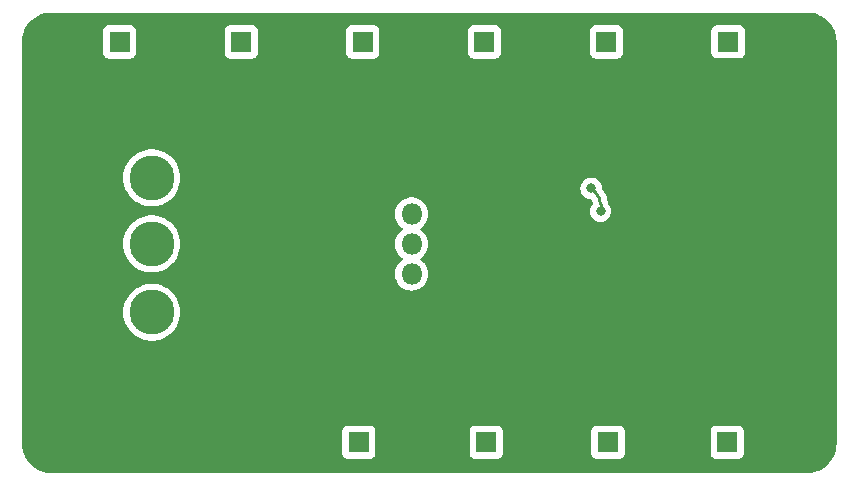
<source format=gbr>
%TF.GenerationSoftware,KiCad,Pcbnew,(6.0.5)*%
%TF.CreationDate,2022-09-22T23:13:11-05:00*%
%TF.ProjectId,powerPCB,706f7765-7250-4434-922e-6b696361645f,rev?*%
%TF.SameCoordinates,Original*%
%TF.FileFunction,Copper,L2,Bot*%
%TF.FilePolarity,Positive*%
%FSLAX46Y46*%
G04 Gerber Fmt 4.6, Leading zero omitted, Abs format (unit mm)*
G04 Created by KiCad (PCBNEW (6.0.5)) date 2022-09-22 23:13:11*
%MOMM*%
%LPD*%
G01*
G04 APERTURE LIST*
%TA.AperFunction,ComponentPad*%
%ADD10C,3.800000*%
%TD*%
%TA.AperFunction,ComponentPad*%
%ADD11R,1.800000X1.800000*%
%TD*%
%TA.AperFunction,ComponentPad*%
%ADD12O,1.800000X1.800000*%
%TD*%
%TA.AperFunction,ViaPad*%
%ADD13C,0.800000*%
%TD*%
%TA.AperFunction,Conductor*%
%ADD14C,0.250000*%
%TD*%
G04 APERTURE END LIST*
D10*
%TO.P,H5,1,1*%
%TO.N,GND*%
X96100000Y-73400000D03*
%TD*%
D11*
%TO.P,J10,1,Pin_1*%
%TO.N,+12V*%
X131570000Y-62000000D03*
D12*
%TO.P,J10,2,Pin_2*%
%TO.N,GND*%
X126570000Y-62000000D03*
%TD*%
D11*
%TO.P,J3,1,Pin_1*%
%TO.N,+5V*%
X142030000Y-95900000D03*
D12*
%TO.P,J3,2,Pin_2*%
%TO.N,GND*%
X147030000Y-95900000D03*
%TD*%
D11*
%TO.P,J7,1,Pin_1*%
%TO.N,+12V*%
X152200000Y-61980000D03*
D12*
%TO.P,J7,2,Pin_2*%
%TO.N,GND*%
X147200000Y-61980000D03*
%TD*%
D11*
%TO.P,J6,1,Pin_1*%
%TO.N,+12V*%
X121270000Y-62000000D03*
D12*
%TO.P,J6,2,Pin_2*%
%TO.N,GND*%
X116270000Y-62000000D03*
%TD*%
D11*
%TO.P,J9,1,Pin_1*%
%TO.N,+12V*%
X141900000Y-62000000D03*
D12*
%TO.P,J9,2,Pin_2*%
%TO.N,GND*%
X136900000Y-62000000D03*
%TD*%
D10*
%TO.P,H6,1,1*%
%TO.N,GND*%
X96100000Y-79100000D03*
%TD*%
D11*
%TO.P,J4,1,Pin_1*%
%TO.N,+5V*%
X131730000Y-95900000D03*
D12*
%TO.P,J4,2,Pin_2*%
%TO.N,GND*%
X136730000Y-95900000D03*
%TD*%
D11*
%TO.P,J8,1,Pin_1*%
%TO.N,+12V*%
X100670000Y-62000000D03*
D12*
%TO.P,J8,2,Pin_2*%
%TO.N,GND*%
X95670000Y-62000000D03*
%TD*%
D10*
%TO.P,H2,1,1*%
%TO.N,/12IN*%
X103400000Y-84900000D03*
%TD*%
D11*
%TO.P,J1,1,Pin_1*%
%TO.N,+5V*%
X120930000Y-95900000D03*
D12*
%TO.P,J1,2,Pin_2*%
%TO.N,GND*%
X125930000Y-95900000D03*
%TD*%
D10*
%TO.P,H3,1,1*%
%TO.N,/12IN*%
X103400000Y-73500000D03*
%TD*%
D11*
%TO.P,J5,1,Pin_1*%
%TO.N,+12V*%
X110970000Y-62000000D03*
D12*
%TO.P,J5,2,Pin_2*%
%TO.N,GND*%
X105970000Y-62000000D03*
%TD*%
D10*
%TO.P,H1,1,1*%
%TO.N,/12IN*%
X103400000Y-79100000D03*
%TD*%
D12*
%TO.P,SW1,1,A*%
%TO.N,unconnected-(SW1-Pad1)*%
X125400000Y-81640000D03*
%TO.P,SW1,2,B*%
%TO.N,/12IN*%
X125400000Y-79100000D03*
%TO.P,SW1,3,C*%
%TO.N,+12V*%
X125400000Y-76560000D03*
%TD*%
D10*
%TO.P,H4,1,1*%
%TO.N,GND*%
X96100000Y-85000000D03*
%TD*%
D11*
%TO.P,J2,1,Pin_1*%
%TO.N,+5V*%
X152130000Y-95900000D03*
D12*
%TO.P,J2,2,Pin_2*%
%TO.N,GND*%
X157130000Y-95900000D03*
%TD*%
D13*
%TO.N,GND*%
X138450000Y-71610000D03*
X139790000Y-79190000D03*
X139400000Y-78100000D03*
X133700000Y-82700000D03*
X149500000Y-74400000D03*
X155900000Y-85100000D03*
%TO.N,/EN*%
X141398999Y-76325263D03*
X140610000Y-74400000D03*
%TD*%
D14*
%TO.N,/EN*%
X141398999Y-75746905D02*
X141398999Y-76325263D01*
X141004499Y-74794499D02*
X140610000Y-74400000D01*
X141398996Y-75746905D02*
G75*
G03*
X141004498Y-74794500I-1346896J5D01*
G01*
%TD*%
%TA.AperFunction,Conductor*%
%TO.N,GND*%
G36*
X158870018Y-59510000D02*
G01*
X158884851Y-59512310D01*
X158884855Y-59512310D01*
X158893724Y-59513691D01*
X158910923Y-59511442D01*
X158934863Y-59510609D01*
X159192710Y-59526206D01*
X159207814Y-59528040D01*
X159279786Y-59541229D01*
X159488760Y-59579525D01*
X159503526Y-59583164D01*
X159776231Y-59668142D01*
X159790445Y-59673534D01*
X160008223Y-59771547D01*
X160050906Y-59790757D01*
X160064379Y-59797828D01*
X160308813Y-59945595D01*
X160321334Y-59954238D01*
X160546171Y-60130385D01*
X160557560Y-60140475D01*
X160759525Y-60342440D01*
X160769615Y-60353829D01*
X160945762Y-60578666D01*
X160954405Y-60591187D01*
X161102172Y-60835621D01*
X161109242Y-60849092D01*
X161226466Y-61109555D01*
X161231859Y-61123773D01*
X161316836Y-61396473D01*
X161320477Y-61411246D01*
X161371960Y-61692186D01*
X161373794Y-61707290D01*
X161388953Y-61957904D01*
X161387692Y-61984716D01*
X161387690Y-61984852D01*
X161386309Y-61993724D01*
X161387473Y-62002626D01*
X161387473Y-62002628D01*
X161390436Y-62025283D01*
X161391500Y-62041621D01*
X161391500Y-95950633D01*
X161390000Y-95970018D01*
X161387690Y-95984851D01*
X161387690Y-95984855D01*
X161386309Y-95993724D01*
X161388558Y-96010919D01*
X161389391Y-96034863D01*
X161373794Y-96292710D01*
X161371960Y-96307814D01*
X161320477Y-96588754D01*
X161316836Y-96603526D01*
X161239555Y-96851531D01*
X161231859Y-96876227D01*
X161226466Y-96890445D01*
X161159924Y-97038297D01*
X161109243Y-97150906D01*
X161102172Y-97164379D01*
X160954405Y-97408813D01*
X160945762Y-97421334D01*
X160769615Y-97646171D01*
X160759525Y-97657560D01*
X160557560Y-97859525D01*
X160546171Y-97869615D01*
X160321334Y-98045762D01*
X160308813Y-98054405D01*
X160064379Y-98202172D01*
X160050908Y-98209242D01*
X159790445Y-98326466D01*
X159776231Y-98331858D01*
X159503527Y-98416836D01*
X159488760Y-98420475D01*
X159279786Y-98458771D01*
X159207814Y-98471960D01*
X159192710Y-98473794D01*
X158942096Y-98488953D01*
X158915284Y-98487692D01*
X158915148Y-98487690D01*
X158906276Y-98486309D01*
X158897374Y-98487473D01*
X158897372Y-98487473D01*
X158882707Y-98489391D01*
X158874714Y-98490436D01*
X158858379Y-98491500D01*
X94949367Y-98491500D01*
X94929982Y-98490000D01*
X94915149Y-98487690D01*
X94915145Y-98487690D01*
X94906276Y-98486309D01*
X94889077Y-98488558D01*
X94865137Y-98489391D01*
X94607290Y-98473794D01*
X94592186Y-98471960D01*
X94520214Y-98458771D01*
X94311240Y-98420475D01*
X94296473Y-98416836D01*
X94023769Y-98331858D01*
X94009555Y-98326466D01*
X93749092Y-98209242D01*
X93735621Y-98202172D01*
X93491187Y-98054405D01*
X93478666Y-98045762D01*
X93253829Y-97869615D01*
X93242440Y-97859525D01*
X93040475Y-97657560D01*
X93030385Y-97646171D01*
X92854238Y-97421334D01*
X92845595Y-97408813D01*
X92697828Y-97164379D01*
X92690757Y-97150906D01*
X92640076Y-97038297D01*
X92573534Y-96890445D01*
X92568141Y-96876227D01*
X92560446Y-96851531D01*
X92559387Y-96848134D01*
X119521500Y-96848134D01*
X119528255Y-96910316D01*
X119579385Y-97046705D01*
X119666739Y-97163261D01*
X119783295Y-97250615D01*
X119919684Y-97301745D01*
X119981866Y-97308500D01*
X121878134Y-97308500D01*
X121940316Y-97301745D01*
X122076705Y-97250615D01*
X122193261Y-97163261D01*
X122280615Y-97046705D01*
X122331745Y-96910316D01*
X122338500Y-96848134D01*
X130321500Y-96848134D01*
X130328255Y-96910316D01*
X130379385Y-97046705D01*
X130466739Y-97163261D01*
X130583295Y-97250615D01*
X130719684Y-97301745D01*
X130781866Y-97308500D01*
X132678134Y-97308500D01*
X132740316Y-97301745D01*
X132876705Y-97250615D01*
X132993261Y-97163261D01*
X133080615Y-97046705D01*
X133131745Y-96910316D01*
X133138500Y-96848134D01*
X140621500Y-96848134D01*
X140628255Y-96910316D01*
X140679385Y-97046705D01*
X140766739Y-97163261D01*
X140883295Y-97250615D01*
X141019684Y-97301745D01*
X141081866Y-97308500D01*
X142978134Y-97308500D01*
X143040316Y-97301745D01*
X143176705Y-97250615D01*
X143293261Y-97163261D01*
X143380615Y-97046705D01*
X143431745Y-96910316D01*
X143438500Y-96848134D01*
X150721500Y-96848134D01*
X150728255Y-96910316D01*
X150779385Y-97046705D01*
X150866739Y-97163261D01*
X150983295Y-97250615D01*
X151119684Y-97301745D01*
X151181866Y-97308500D01*
X153078134Y-97308500D01*
X153140316Y-97301745D01*
X153276705Y-97250615D01*
X153393261Y-97163261D01*
X153480615Y-97046705D01*
X153531745Y-96910316D01*
X153538500Y-96848134D01*
X153538500Y-94951866D01*
X153531745Y-94889684D01*
X153480615Y-94753295D01*
X153393261Y-94636739D01*
X153276705Y-94549385D01*
X153140316Y-94498255D01*
X153078134Y-94491500D01*
X151181866Y-94491500D01*
X151119684Y-94498255D01*
X150983295Y-94549385D01*
X150866739Y-94636739D01*
X150779385Y-94753295D01*
X150728255Y-94889684D01*
X150721500Y-94951866D01*
X150721500Y-96848134D01*
X143438500Y-96848134D01*
X143438500Y-94951866D01*
X143431745Y-94889684D01*
X143380615Y-94753295D01*
X143293261Y-94636739D01*
X143176705Y-94549385D01*
X143040316Y-94498255D01*
X142978134Y-94491500D01*
X141081866Y-94491500D01*
X141019684Y-94498255D01*
X140883295Y-94549385D01*
X140766739Y-94636739D01*
X140679385Y-94753295D01*
X140628255Y-94889684D01*
X140621500Y-94951866D01*
X140621500Y-96848134D01*
X133138500Y-96848134D01*
X133138500Y-94951866D01*
X133131745Y-94889684D01*
X133080615Y-94753295D01*
X132993261Y-94636739D01*
X132876705Y-94549385D01*
X132740316Y-94498255D01*
X132678134Y-94491500D01*
X130781866Y-94491500D01*
X130719684Y-94498255D01*
X130583295Y-94549385D01*
X130466739Y-94636739D01*
X130379385Y-94753295D01*
X130328255Y-94889684D01*
X130321500Y-94951866D01*
X130321500Y-96848134D01*
X122338500Y-96848134D01*
X122338500Y-94951866D01*
X122331745Y-94889684D01*
X122280615Y-94753295D01*
X122193261Y-94636739D01*
X122076705Y-94549385D01*
X121940316Y-94498255D01*
X121878134Y-94491500D01*
X119981866Y-94491500D01*
X119919684Y-94498255D01*
X119783295Y-94549385D01*
X119666739Y-94636739D01*
X119579385Y-94753295D01*
X119528255Y-94889684D01*
X119521500Y-94951866D01*
X119521500Y-96848134D01*
X92559387Y-96848134D01*
X92483164Y-96603526D01*
X92479523Y-96588754D01*
X92428040Y-96307814D01*
X92426206Y-96292710D01*
X92411269Y-96045768D01*
X92412520Y-96022216D01*
X92412334Y-96022199D01*
X92412769Y-96017350D01*
X92413576Y-96012552D01*
X92413729Y-96000000D01*
X92409773Y-95972376D01*
X92408500Y-95954514D01*
X92408500Y-84900000D01*
X100986738Y-84900000D01*
X101005767Y-85202462D01*
X101062555Y-85500154D01*
X101156206Y-85788381D01*
X101285242Y-86062598D01*
X101447630Y-86318480D01*
X101640808Y-86551992D01*
X101861729Y-86759450D01*
X102106910Y-86937584D01*
X102372483Y-87083585D01*
X102376152Y-87085038D01*
X102376157Y-87085040D01*
X102650591Y-87193696D01*
X102654261Y-87195149D01*
X102947800Y-87270516D01*
X103248470Y-87308500D01*
X103551530Y-87308500D01*
X103852200Y-87270516D01*
X104145739Y-87195149D01*
X104149409Y-87193696D01*
X104423843Y-87085040D01*
X104423848Y-87085038D01*
X104427517Y-87083585D01*
X104693090Y-86937584D01*
X104938271Y-86759450D01*
X105159192Y-86551992D01*
X105352370Y-86318480D01*
X105514758Y-86062598D01*
X105643794Y-85788381D01*
X105737445Y-85500154D01*
X105794233Y-85202462D01*
X105813262Y-84900000D01*
X105794233Y-84597538D01*
X105737445Y-84299846D01*
X105643794Y-84011619D01*
X105514758Y-83737402D01*
X105352370Y-83481520D01*
X105159192Y-83248008D01*
X104950328Y-83051872D01*
X104941158Y-83043261D01*
X104941157Y-83043261D01*
X104938271Y-83040550D01*
X104913348Y-83022442D01*
X104823782Y-82957369D01*
X104693090Y-82862416D01*
X104677766Y-82853991D01*
X104430986Y-82718322D01*
X104430985Y-82718321D01*
X104427517Y-82716415D01*
X104423848Y-82714962D01*
X104423843Y-82714960D01*
X104149409Y-82606304D01*
X104149408Y-82606304D01*
X104145739Y-82604851D01*
X103852200Y-82529484D01*
X103551530Y-82491500D01*
X103248470Y-82491500D01*
X102947800Y-82529484D01*
X102654261Y-82604851D01*
X102650592Y-82606304D01*
X102650591Y-82606304D01*
X102376157Y-82714960D01*
X102376152Y-82714962D01*
X102372483Y-82716415D01*
X102369015Y-82718321D01*
X102369014Y-82718322D01*
X102122235Y-82853991D01*
X102106910Y-82862416D01*
X101976218Y-82957369D01*
X101886653Y-83022442D01*
X101861729Y-83040550D01*
X101858843Y-83043261D01*
X101858842Y-83043261D01*
X101849672Y-83051872D01*
X101640808Y-83248008D01*
X101447630Y-83481520D01*
X101285242Y-83737402D01*
X101156206Y-84011619D01*
X101062555Y-84299846D01*
X101005767Y-84597538D01*
X100986738Y-84900000D01*
X92408500Y-84900000D01*
X92408500Y-81605469D01*
X123987095Y-81605469D01*
X123987392Y-81610622D01*
X123987392Y-81610625D01*
X123993067Y-81709041D01*
X124000427Y-81836697D01*
X124001564Y-81841743D01*
X124001565Y-81841749D01*
X124033741Y-81984523D01*
X124051346Y-82062642D01*
X124053288Y-82067424D01*
X124053289Y-82067428D01*
X124136540Y-82272450D01*
X124138484Y-82277237D01*
X124259501Y-82474719D01*
X124411147Y-82649784D01*
X124589349Y-82797730D01*
X124789322Y-82914584D01*
X125005694Y-82997209D01*
X125010760Y-82998240D01*
X125010761Y-82998240D01*
X125063846Y-83009040D01*
X125232656Y-83043385D01*
X125363324Y-83048176D01*
X125458949Y-83051683D01*
X125458953Y-83051683D01*
X125464113Y-83051872D01*
X125469233Y-83051216D01*
X125469235Y-83051216D01*
X125570666Y-83038222D01*
X125693847Y-83022442D01*
X125698795Y-83020957D01*
X125698802Y-83020956D01*
X125910747Y-82957369D01*
X125915690Y-82955886D01*
X125996236Y-82916427D01*
X126119049Y-82856262D01*
X126119052Y-82856260D01*
X126123684Y-82853991D01*
X126312243Y-82719494D01*
X126476303Y-82556005D01*
X126494653Y-82530469D01*
X126522297Y-82491997D01*
X126611458Y-82367917D01*
X126658641Y-82272450D01*
X126711784Y-82164922D01*
X126711785Y-82164920D01*
X126714078Y-82160280D01*
X126781408Y-81938671D01*
X126811640Y-81709041D01*
X126813327Y-81640000D01*
X126799312Y-81469531D01*
X126794773Y-81414318D01*
X126794772Y-81414312D01*
X126794349Y-81409167D01*
X126737925Y-81184533D01*
X126735866Y-81179797D01*
X126647630Y-80976868D01*
X126647628Y-80976865D01*
X126645570Y-80972131D01*
X126519764Y-80777665D01*
X126496404Y-80751992D01*
X126470134Y-80723122D01*
X126363887Y-80606358D01*
X126359836Y-80603159D01*
X126359832Y-80603155D01*
X126187077Y-80466722D01*
X126146014Y-80408805D01*
X126142782Y-80337882D01*
X126178407Y-80276470D01*
X126192001Y-80265261D01*
X126312243Y-80179494D01*
X126476303Y-80016005D01*
X126611458Y-79827917D01*
X126658641Y-79732450D01*
X126711784Y-79624922D01*
X126711785Y-79624920D01*
X126714078Y-79620280D01*
X126781408Y-79398671D01*
X126811640Y-79169041D01*
X126811722Y-79165691D01*
X126813245Y-79103365D01*
X126813245Y-79103361D01*
X126813327Y-79100000D01*
X126807032Y-79023434D01*
X126794773Y-78874318D01*
X126794772Y-78874312D01*
X126794349Y-78869167D01*
X126737925Y-78644533D01*
X126735866Y-78639797D01*
X126647630Y-78436868D01*
X126647628Y-78436865D01*
X126645570Y-78432131D01*
X126519764Y-78237665D01*
X126492798Y-78208029D01*
X126470134Y-78183122D01*
X126363887Y-78066358D01*
X126359836Y-78063159D01*
X126359832Y-78063155D01*
X126187077Y-77926722D01*
X126146014Y-77868805D01*
X126142782Y-77797882D01*
X126178407Y-77736470D01*
X126192001Y-77725261D01*
X126195872Y-77722500D01*
X126312243Y-77639494D01*
X126476303Y-77476005D01*
X126611458Y-77287917D01*
X126633529Y-77243261D01*
X126711784Y-77084922D01*
X126711785Y-77084920D01*
X126714078Y-77080280D01*
X126781408Y-76858671D01*
X126811640Y-76629041D01*
X126813327Y-76560000D01*
X126807032Y-76483434D01*
X126794773Y-76334318D01*
X126794772Y-76334312D01*
X126794349Y-76329167D01*
X126766137Y-76216850D01*
X126739184Y-76109544D01*
X126739183Y-76109540D01*
X126737925Y-76104533D01*
X126735866Y-76099797D01*
X126647630Y-75896868D01*
X126647628Y-75896865D01*
X126645570Y-75892131D01*
X126519764Y-75697665D01*
X126515517Y-75692997D01*
X126452046Y-75623244D01*
X126363887Y-75526358D01*
X126359836Y-75523159D01*
X126359832Y-75523155D01*
X126186177Y-75386011D01*
X126186172Y-75386008D01*
X126182123Y-75382810D01*
X126177607Y-75380317D01*
X126177604Y-75380315D01*
X125983879Y-75273373D01*
X125983875Y-75273371D01*
X125979355Y-75270876D01*
X125974486Y-75269152D01*
X125974482Y-75269150D01*
X125765903Y-75195288D01*
X125765899Y-75195287D01*
X125761028Y-75193562D01*
X125755935Y-75192655D01*
X125755932Y-75192654D01*
X125538095Y-75153851D01*
X125538089Y-75153850D01*
X125533006Y-75152945D01*
X125454989Y-75151992D01*
X125306581Y-75150179D01*
X125306579Y-75150179D01*
X125301411Y-75150116D01*
X125072464Y-75185150D01*
X124852314Y-75257106D01*
X124847726Y-75259494D01*
X124847722Y-75259496D01*
X124715163Y-75328502D01*
X124646872Y-75364052D01*
X124642739Y-75367155D01*
X124642736Y-75367157D01*
X124484755Y-75485773D01*
X124461655Y-75503117D01*
X124301639Y-75670564D01*
X124298725Y-75674836D01*
X124298724Y-75674837D01*
X124283152Y-75697665D01*
X124171119Y-75861899D01*
X124073602Y-76071981D01*
X124011707Y-76295169D01*
X123987095Y-76525469D01*
X123987392Y-76530622D01*
X123987392Y-76530625D01*
X123998829Y-76728987D01*
X124000427Y-76756697D01*
X124001564Y-76761743D01*
X124001565Y-76761749D01*
X124025311Y-76867115D01*
X124051346Y-76982642D01*
X124053288Y-76987424D01*
X124053289Y-76987428D01*
X124104076Y-77112500D01*
X124138484Y-77197237D01*
X124259501Y-77394719D01*
X124411147Y-77569784D01*
X124589349Y-77717730D01*
X124593819Y-77720342D01*
X124597511Y-77722500D01*
X124646232Y-77774140D01*
X124659301Y-77843924D01*
X124632566Y-77909694D01*
X124609589Y-77932045D01*
X124461655Y-78043117D01*
X124301639Y-78210564D01*
X124298725Y-78214836D01*
X124298724Y-78214837D01*
X124283152Y-78237665D01*
X124171119Y-78401899D01*
X124073602Y-78611981D01*
X124011707Y-78835169D01*
X123987095Y-79065469D01*
X123987392Y-79070622D01*
X123987392Y-79070625D01*
X123993067Y-79169041D01*
X124000427Y-79296697D01*
X124001564Y-79301743D01*
X124001565Y-79301749D01*
X124025141Y-79406360D01*
X124051346Y-79522642D01*
X124053288Y-79527424D01*
X124053289Y-79527428D01*
X124121842Y-79696253D01*
X124138484Y-79737237D01*
X124259501Y-79934719D01*
X124411147Y-80109784D01*
X124589349Y-80257730D01*
X124593819Y-80260342D01*
X124597511Y-80262500D01*
X124646232Y-80314140D01*
X124659301Y-80383924D01*
X124632566Y-80449694D01*
X124609589Y-80472045D01*
X124461655Y-80583117D01*
X124301639Y-80750564D01*
X124298725Y-80754836D01*
X124298724Y-80754837D01*
X124283152Y-80777665D01*
X124171119Y-80941899D01*
X124073602Y-81151981D01*
X124011707Y-81375169D01*
X123987095Y-81605469D01*
X92408500Y-81605469D01*
X92408500Y-79100000D01*
X100986738Y-79100000D01*
X101005767Y-79402462D01*
X101062555Y-79700154D01*
X101156206Y-79988381D01*
X101285242Y-80262598D01*
X101447630Y-80518480D01*
X101640808Y-80751992D01*
X101643695Y-80754703D01*
X101838486Y-80937623D01*
X101861729Y-80959450D01*
X102106910Y-81137584D01*
X102110379Y-81139491D01*
X102110382Y-81139493D01*
X102192309Y-81184533D01*
X102372483Y-81283585D01*
X102376152Y-81285038D01*
X102376157Y-81285040D01*
X102603797Y-81375169D01*
X102654261Y-81395149D01*
X102947800Y-81470516D01*
X103248470Y-81508500D01*
X103551530Y-81508500D01*
X103852200Y-81470516D01*
X104145739Y-81395149D01*
X104196203Y-81375169D01*
X104423843Y-81285040D01*
X104423848Y-81285038D01*
X104427517Y-81283585D01*
X104607691Y-81184533D01*
X104689618Y-81139493D01*
X104689621Y-81139491D01*
X104693090Y-81137584D01*
X104938271Y-80959450D01*
X104961515Y-80937623D01*
X105156305Y-80754703D01*
X105159192Y-80751992D01*
X105352370Y-80518480D01*
X105514758Y-80262598D01*
X105643794Y-79988381D01*
X105737445Y-79700154D01*
X105794233Y-79402462D01*
X105813262Y-79100000D01*
X105794233Y-78797538D01*
X105737445Y-78499846D01*
X105643794Y-78211619D01*
X105514758Y-77937402D01*
X105352370Y-77681520D01*
X105314589Y-77635850D01*
X105293930Y-77610879D01*
X105159192Y-77448008D01*
X104938271Y-77240550D01*
X104928930Y-77233763D01*
X104771062Y-77119066D01*
X104693090Y-77062416D01*
X104594131Y-77008012D01*
X104430986Y-76918322D01*
X104430985Y-76918321D01*
X104427517Y-76916415D01*
X104423848Y-76914962D01*
X104423843Y-76914960D01*
X104149409Y-76806304D01*
X104149408Y-76806304D01*
X104145739Y-76804851D01*
X103852200Y-76729484D01*
X103551530Y-76691500D01*
X103248470Y-76691500D01*
X102947800Y-76729484D01*
X102654261Y-76804851D01*
X102650592Y-76806304D01*
X102650591Y-76806304D01*
X102376157Y-76914960D01*
X102376152Y-76914962D01*
X102372483Y-76916415D01*
X102369015Y-76918321D01*
X102369014Y-76918322D01*
X102205870Y-77008012D01*
X102106910Y-77062416D01*
X102028938Y-77119066D01*
X101871071Y-77233763D01*
X101861729Y-77240550D01*
X101640808Y-77448008D01*
X101506070Y-77610879D01*
X101485412Y-77635850D01*
X101447630Y-77681520D01*
X101285242Y-77937402D01*
X101156206Y-78211619D01*
X101062555Y-78499846D01*
X101005767Y-78797538D01*
X100986738Y-79100000D01*
X92408500Y-79100000D01*
X92408500Y-73500000D01*
X100986738Y-73500000D01*
X101005767Y-73802462D01*
X101062555Y-74100154D01*
X101156206Y-74388381D01*
X101157893Y-74391967D01*
X101157895Y-74391971D01*
X101170676Y-74419131D01*
X101285242Y-74662598D01*
X101447630Y-74918480D01*
X101450149Y-74921525D01*
X101450152Y-74921529D01*
X101466965Y-74941852D01*
X101640808Y-75151992D01*
X101861729Y-75359450D01*
X102106910Y-75537584D01*
X102110379Y-75539491D01*
X102110382Y-75539493D01*
X102363381Y-75678581D01*
X102372483Y-75683585D01*
X102376152Y-75685038D01*
X102376157Y-75685040D01*
X102624614Y-75783411D01*
X102654261Y-75795149D01*
X102947800Y-75870516D01*
X103248470Y-75908500D01*
X103551530Y-75908500D01*
X103852200Y-75870516D01*
X104145739Y-75795149D01*
X104175386Y-75783411D01*
X104423843Y-75685040D01*
X104423848Y-75685038D01*
X104427517Y-75683585D01*
X104436619Y-75678581D01*
X104689618Y-75539493D01*
X104689621Y-75539491D01*
X104693090Y-75537584D01*
X104938271Y-75359450D01*
X105159192Y-75151992D01*
X105333035Y-74941852D01*
X105349848Y-74921529D01*
X105349851Y-74921525D01*
X105352370Y-74918480D01*
X105514758Y-74662598D01*
X105629324Y-74419131D01*
X105638327Y-74400000D01*
X139696496Y-74400000D01*
X139716458Y-74589928D01*
X139775473Y-74771556D01*
X139870960Y-74936944D01*
X139998747Y-75078866D01*
X140012035Y-75088520D01*
X140147246Y-75186757D01*
X140153248Y-75191118D01*
X140159276Y-75193802D01*
X140159278Y-75193803D01*
X140301460Y-75257106D01*
X140327712Y-75268794D01*
X140421112Y-75288647D01*
X140508056Y-75307128D01*
X140508061Y-75307128D01*
X140514513Y-75308500D01*
X140547265Y-75308500D01*
X140615386Y-75328502D01*
X140658386Y-75375103D01*
X140705343Y-75462953D01*
X140714792Y-75485763D01*
X140748188Y-75595855D01*
X140753005Y-75620076D01*
X140753317Y-75623244D01*
X140740088Y-75692997D01*
X140721560Y-75719903D01*
X140664382Y-75783406D01*
X140664379Y-75783410D01*
X140659959Y-75788319D01*
X140656658Y-75794037D01*
X140656656Y-75794040D01*
X140602528Y-75887793D01*
X140564472Y-75953707D01*
X140505457Y-76135335D01*
X140485495Y-76325263D01*
X140505457Y-76515191D01*
X140564472Y-76696819D01*
X140659959Y-76862207D01*
X140787746Y-77004129D01*
X140942247Y-77116381D01*
X140948275Y-77119065D01*
X140948277Y-77119066D01*
X141110680Y-77191372D01*
X141116711Y-77194057D01*
X141210112Y-77213910D01*
X141297055Y-77232391D01*
X141297060Y-77232391D01*
X141303512Y-77233763D01*
X141494486Y-77233763D01*
X141500938Y-77232391D01*
X141500943Y-77232391D01*
X141587886Y-77213910D01*
X141681287Y-77194057D01*
X141687318Y-77191372D01*
X141849721Y-77119066D01*
X141849723Y-77119065D01*
X141855751Y-77116381D01*
X142010252Y-77004129D01*
X142138039Y-76862207D01*
X142233526Y-76696819D01*
X142292541Y-76515191D01*
X142312503Y-76325263D01*
X142292541Y-76135335D01*
X142233526Y-75953707D01*
X142138039Y-75788319D01*
X142060963Y-75702717D01*
X142030245Y-75638710D01*
X142028797Y-75625471D01*
X142028494Y-75620076D01*
X142023145Y-75524823D01*
X141985886Y-75305531D01*
X141924309Y-75091789D01*
X141839187Y-74886286D01*
X141731591Y-74691606D01*
X141602875Y-74510197D01*
X141600520Y-74507562D01*
X141600513Y-74507553D01*
X141553158Y-74454562D01*
X141521799Y-74383774D01*
X141504232Y-74216635D01*
X141504232Y-74216633D01*
X141503542Y-74210072D01*
X141444527Y-74028444D01*
X141349040Y-73863056D01*
X141221253Y-73721134D01*
X141066752Y-73608882D01*
X141060724Y-73606198D01*
X141060722Y-73606197D01*
X140898319Y-73533891D01*
X140898318Y-73533891D01*
X140892288Y-73531206D01*
X140798887Y-73511353D01*
X140711944Y-73492872D01*
X140711939Y-73492872D01*
X140705487Y-73491500D01*
X140514513Y-73491500D01*
X140508061Y-73492872D01*
X140508056Y-73492872D01*
X140421113Y-73511353D01*
X140327712Y-73531206D01*
X140321682Y-73533891D01*
X140321681Y-73533891D01*
X140159278Y-73606197D01*
X140159276Y-73606198D01*
X140153248Y-73608882D01*
X139998747Y-73721134D01*
X139870960Y-73863056D01*
X139775473Y-74028444D01*
X139716458Y-74210072D01*
X139696496Y-74400000D01*
X105638327Y-74400000D01*
X105642105Y-74391971D01*
X105642107Y-74391967D01*
X105643794Y-74388381D01*
X105737445Y-74100154D01*
X105794233Y-73802462D01*
X105813262Y-73500000D01*
X105794233Y-73197538D01*
X105737445Y-72899846D01*
X105643794Y-72611619D01*
X105514758Y-72337402D01*
X105352370Y-72081520D01*
X105159192Y-71848008D01*
X104938271Y-71640550D01*
X104693090Y-71462416D01*
X104427517Y-71316415D01*
X104423848Y-71314962D01*
X104423843Y-71314960D01*
X104149409Y-71206304D01*
X104149408Y-71206304D01*
X104145739Y-71204851D01*
X103852200Y-71129484D01*
X103551530Y-71091500D01*
X103248470Y-71091500D01*
X102947800Y-71129484D01*
X102654261Y-71204851D01*
X102650592Y-71206304D01*
X102650591Y-71206304D01*
X102376157Y-71314960D01*
X102376152Y-71314962D01*
X102372483Y-71316415D01*
X102106910Y-71462416D01*
X101861729Y-71640550D01*
X101640808Y-71848008D01*
X101447630Y-72081520D01*
X101285242Y-72337402D01*
X101156206Y-72611619D01*
X101062555Y-72899846D01*
X101005767Y-73197538D01*
X100986738Y-73500000D01*
X92408500Y-73500000D01*
X92408500Y-62948134D01*
X99261500Y-62948134D01*
X99268255Y-63010316D01*
X99319385Y-63146705D01*
X99406739Y-63263261D01*
X99523295Y-63350615D01*
X99659684Y-63401745D01*
X99721866Y-63408500D01*
X101618134Y-63408500D01*
X101680316Y-63401745D01*
X101816705Y-63350615D01*
X101933261Y-63263261D01*
X102020615Y-63146705D01*
X102071745Y-63010316D01*
X102078500Y-62948134D01*
X109561500Y-62948134D01*
X109568255Y-63010316D01*
X109619385Y-63146705D01*
X109706739Y-63263261D01*
X109823295Y-63350615D01*
X109959684Y-63401745D01*
X110021866Y-63408500D01*
X111918134Y-63408500D01*
X111980316Y-63401745D01*
X112116705Y-63350615D01*
X112233261Y-63263261D01*
X112320615Y-63146705D01*
X112371745Y-63010316D01*
X112378500Y-62948134D01*
X119861500Y-62948134D01*
X119868255Y-63010316D01*
X119919385Y-63146705D01*
X120006739Y-63263261D01*
X120123295Y-63350615D01*
X120259684Y-63401745D01*
X120321866Y-63408500D01*
X122218134Y-63408500D01*
X122280316Y-63401745D01*
X122416705Y-63350615D01*
X122533261Y-63263261D01*
X122620615Y-63146705D01*
X122671745Y-63010316D01*
X122678500Y-62948134D01*
X130161500Y-62948134D01*
X130168255Y-63010316D01*
X130219385Y-63146705D01*
X130306739Y-63263261D01*
X130423295Y-63350615D01*
X130559684Y-63401745D01*
X130621866Y-63408500D01*
X132518134Y-63408500D01*
X132580316Y-63401745D01*
X132716705Y-63350615D01*
X132833261Y-63263261D01*
X132920615Y-63146705D01*
X132971745Y-63010316D01*
X132978500Y-62948134D01*
X140491500Y-62948134D01*
X140498255Y-63010316D01*
X140549385Y-63146705D01*
X140636739Y-63263261D01*
X140753295Y-63350615D01*
X140889684Y-63401745D01*
X140951866Y-63408500D01*
X142848134Y-63408500D01*
X142910316Y-63401745D01*
X143046705Y-63350615D01*
X143163261Y-63263261D01*
X143250615Y-63146705D01*
X143301745Y-63010316D01*
X143308500Y-62948134D01*
X143308500Y-62928134D01*
X150791500Y-62928134D01*
X150798255Y-62990316D01*
X150849385Y-63126705D01*
X150936739Y-63243261D01*
X151053295Y-63330615D01*
X151189684Y-63381745D01*
X151251866Y-63388500D01*
X153148134Y-63388500D01*
X153210316Y-63381745D01*
X153346705Y-63330615D01*
X153463261Y-63243261D01*
X153550615Y-63126705D01*
X153601745Y-62990316D01*
X153608500Y-62928134D01*
X153608500Y-61031866D01*
X153601745Y-60969684D01*
X153550615Y-60833295D01*
X153463261Y-60716739D01*
X153346705Y-60629385D01*
X153210316Y-60578255D01*
X153148134Y-60571500D01*
X151251866Y-60571500D01*
X151189684Y-60578255D01*
X151053295Y-60629385D01*
X150936739Y-60716739D01*
X150849385Y-60833295D01*
X150798255Y-60969684D01*
X150791500Y-61031866D01*
X150791500Y-62928134D01*
X143308500Y-62928134D01*
X143308500Y-61051866D01*
X143301745Y-60989684D01*
X143250615Y-60853295D01*
X143163261Y-60736739D01*
X143046705Y-60649385D01*
X142910316Y-60598255D01*
X142848134Y-60591500D01*
X140951866Y-60591500D01*
X140889684Y-60598255D01*
X140753295Y-60649385D01*
X140636739Y-60736739D01*
X140549385Y-60853295D01*
X140498255Y-60989684D01*
X140491500Y-61051866D01*
X140491500Y-62948134D01*
X132978500Y-62948134D01*
X132978500Y-61051866D01*
X132971745Y-60989684D01*
X132920615Y-60853295D01*
X132833261Y-60736739D01*
X132716705Y-60649385D01*
X132580316Y-60598255D01*
X132518134Y-60591500D01*
X130621866Y-60591500D01*
X130559684Y-60598255D01*
X130423295Y-60649385D01*
X130306739Y-60736739D01*
X130219385Y-60853295D01*
X130168255Y-60989684D01*
X130161500Y-61051866D01*
X130161500Y-62948134D01*
X122678500Y-62948134D01*
X122678500Y-61051866D01*
X122671745Y-60989684D01*
X122620615Y-60853295D01*
X122533261Y-60736739D01*
X122416705Y-60649385D01*
X122280316Y-60598255D01*
X122218134Y-60591500D01*
X120321866Y-60591500D01*
X120259684Y-60598255D01*
X120123295Y-60649385D01*
X120006739Y-60736739D01*
X119919385Y-60853295D01*
X119868255Y-60989684D01*
X119861500Y-61051866D01*
X119861500Y-62948134D01*
X112378500Y-62948134D01*
X112378500Y-61051866D01*
X112371745Y-60989684D01*
X112320615Y-60853295D01*
X112233261Y-60736739D01*
X112116705Y-60649385D01*
X111980316Y-60598255D01*
X111918134Y-60591500D01*
X110021866Y-60591500D01*
X109959684Y-60598255D01*
X109823295Y-60649385D01*
X109706739Y-60736739D01*
X109619385Y-60853295D01*
X109568255Y-60989684D01*
X109561500Y-61051866D01*
X109561500Y-62948134D01*
X102078500Y-62948134D01*
X102078500Y-61051866D01*
X102071745Y-60989684D01*
X102020615Y-60853295D01*
X101933261Y-60736739D01*
X101816705Y-60649385D01*
X101680316Y-60598255D01*
X101618134Y-60591500D01*
X99721866Y-60591500D01*
X99659684Y-60598255D01*
X99523295Y-60649385D01*
X99406739Y-60736739D01*
X99319385Y-60853295D01*
X99268255Y-60989684D01*
X99261500Y-61051866D01*
X99261500Y-62948134D01*
X92408500Y-62948134D01*
X92408500Y-62053250D01*
X92410246Y-62032345D01*
X92412770Y-62017344D01*
X92412770Y-62017341D01*
X92413576Y-62012552D01*
X92413729Y-62000000D01*
X92413040Y-61995186D01*
X92413039Y-61995177D01*
X92411869Y-61987006D01*
X92410827Y-61961540D01*
X92426206Y-61707290D01*
X92428040Y-61692186D01*
X92479523Y-61411246D01*
X92483164Y-61396473D01*
X92568141Y-61123773D01*
X92573534Y-61109555D01*
X92690758Y-60849092D01*
X92697828Y-60835621D01*
X92845595Y-60591187D01*
X92854238Y-60578666D01*
X93030385Y-60353829D01*
X93040475Y-60342440D01*
X93242440Y-60140475D01*
X93253829Y-60130385D01*
X93478666Y-59954238D01*
X93491187Y-59945595D01*
X93735621Y-59797828D01*
X93749094Y-59790757D01*
X93791777Y-59771547D01*
X94009555Y-59673534D01*
X94023769Y-59668142D01*
X94296474Y-59583164D01*
X94311240Y-59579525D01*
X94520214Y-59541229D01*
X94592186Y-59528040D01*
X94607290Y-59526206D01*
X94857904Y-59511047D01*
X94884716Y-59512308D01*
X94884852Y-59512310D01*
X94893724Y-59513691D01*
X94902626Y-59512527D01*
X94902628Y-59512527D01*
X94917677Y-59510559D01*
X94925286Y-59509564D01*
X94941621Y-59508500D01*
X158850633Y-59508500D01*
X158870018Y-59510000D01*
G37*
%TD.AperFunction*%
%TD*%
M02*

</source>
